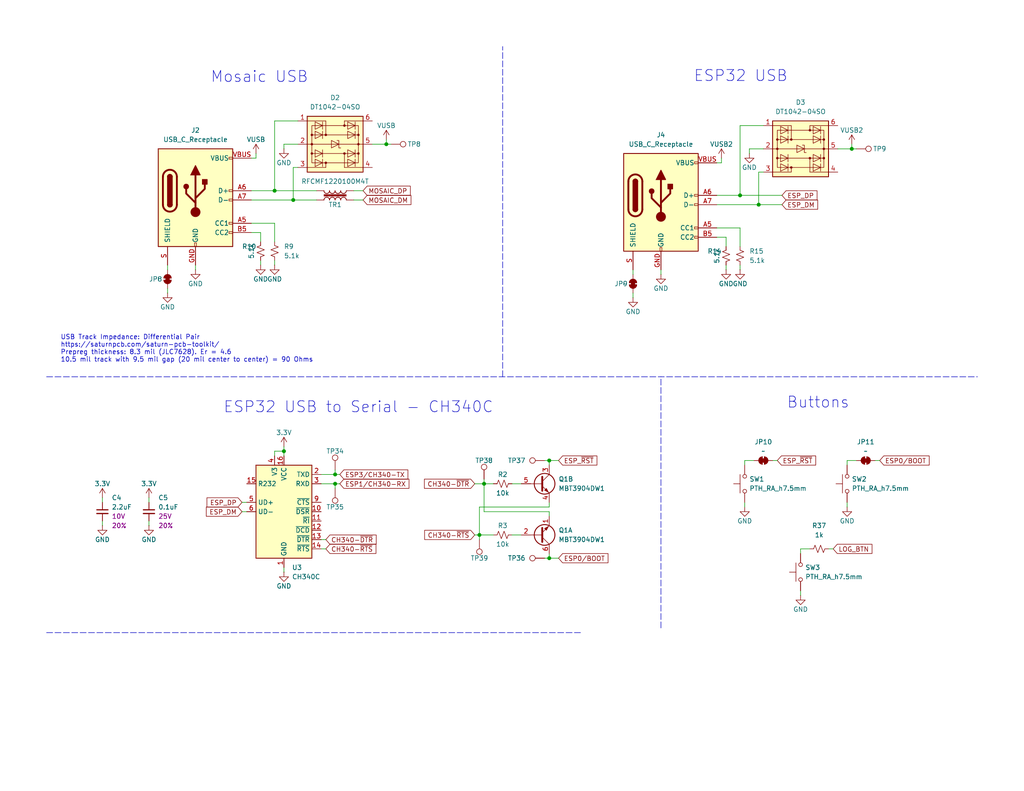
<source format=kicad_sch>
(kicad_sch (version 20231120) (generator "eeschema") (generator_version "8.0")
  (paper "USLetter")
  (title_block (title "USB"))
  (lib_symbols
    (symbol "SparkFun-Capacitor:0.1uF_0603_25V_20%" (pin_numbers hide) (pin_names (offset 0.254))
      (property "Reference" "C" (at 0.635 2.54 0))
      (property "Value" "0.1uF" (at 0.635 -2.54 0))
      (property "Voltage" "25V" (at 0 -6.35 0))
      (property "Tolerance" "20%" (at 0 -8.89 0))
      (symbol "0.1uF_0603_25V_20%_0_1"
        (polyline (pts (xy -1.524 -0.508) (xy 1.524 -0.508)) (stroke (width 0.3302)))
        (polyline (pts (xy -1.524 0.508) (xy 1.524 0.508)) (stroke (width 0.3048)))
      )
      (symbol "0.1uF_0603_25V_20%_1_1"
        (pin passive line (at 0 2.54 270) (length 2.032) (name "~") (number "1"))
        (pin passive line (at 0 -2.54 90) (length 2.032) (name "~") (number "2"))
      )
    )
    (symbol "SparkFun-Capacitor:2.2uF_0603_10V_20%" (pin_numbers hide) (pin_names (offset 0.254))
      (property "Reference" "C" (at 0.635 2.54 0))
      (property "Value" "2.2uF" (at 0.635 -2.54 0))
      (property "Voltage" "10V" (at 0 -6.35 0))
      (property "Tolerance" "20%" (at 0 -8.89 0))
      (symbol "2.2uF_0603_10V_20%_0_1"
        (polyline (pts (xy -1.524 -0.508) (xy 1.524 -0.508)) (stroke (width 0.3302)))
        (polyline (pts (xy -1.524 0.508) (xy 1.524 0.508)) (stroke (width 0.3048)))
      )
      (symbol "2.2uF_0603_10V_20%_1_1"
        (pin passive line (at 0 2.54 270) (length 2.032) (name "~") (number "1"))
        (pin passive line (at 0 -2.54 90) (length 2.032) (name "~") (number "2"))
      )
    )
    (symbol "SparkFun-Coil:USB_Transformer" (pin_numbers hide) (pin_names (offset 0))
      (property "Reference" "TR" (at 0 3.81 0))
      (property "Value" "RFCMF1220100M4T" (at 0 -3.81 0))
      (symbol "USB_Transformer_0_1"
        (rectangle (start -3.048 -0.254) (end 3.048 0.254) (stroke (width 0.0254)) (fill (type outline)))
        (arc (start -3.048 1.27) (mid -2.286 0.5113) (end -1.524 1.27) (stroke (width 0.2032)))
        (arc (start -1.524 -1.27) (mid -2.286 -0.5113) (end -3.048 -1.27) (stroke (width 0.2032)))
        (arc (start -1.524 1.27) (mid -0.762 0.5113) (end 0 1.27) (stroke (width 0.2032)))
        (arc (start 0 -1.27) (mid -0.762 -0.5113) (end -1.524 -1.27) (stroke (width 0.2032)))
        (polyline (pts (xy -5.0546 -1.27) (xy -3.048 -1.27)))
        (polyline (pts (xy 5.08 -1.27) (xy 3.048 -1.27)))
        (polyline (pts (xy 5.08 1.27) (xy 3.048 1.27)))
        (arc (start 0 1.27) (mid 0.762 0.5113) (end 1.524 1.27) (stroke (width 0.2032)))
        (arc (start 1.524 -1.27) (mid 0.762 -0.5113) (end 0 -1.27) (stroke (width 0.2032)))
        (arc (start 1.524 1.27) (mid 2.286 0.5113) (end 3.048 1.27) (stroke (width 0.2032)))
        (arc (start 3.048 -1.27) (mid 2.286 -0.5113) (end 1.524 -1.27) (stroke (width 0.2032)))
      )
      (symbol "USB_Transformer_1_1"
        (polyline (pts (xy -5.08 1.27) (xy -3.048 1.27)))
        (pin passive line (at -5.08 1.27 0) (length 0) (name "~") (number "1"))
        (pin passive line (at 5.08 1.27 180) (length 0) (name "~") (number "2"))
        (pin passive line (at -5.08 -1.27 0) (length 0) (name "~") (number "3"))
        (pin passive line (at 5.08 -1.27 180) (length 0) (name "~") (number "4"))
      )
    )
    (symbol "SparkFun-Connector:TestPoint_PTH" (pin_numbers hide) (pin_names (offset 0.762) hide)
      (property "Reference" "TP" (at 0 5.08 0))
      (symbol "TestPoint_PTH_0_1"
        (circle (center 0 3.302) (radius 0.762))
      )
      (symbol "TestPoint_PTH_1_1"
        (pin passive line (at 0 0 90) (length 2.54) (name "1") (number "1"))
      )
    )
    (symbol "SparkFun-Connector:USB_C_Receptacle" (pin_names (offset 1.016))
      (property "Reference" "J" (at -10.16 12.7 0))
      (property "Value" "USB_C_Receptacle" (at 19.05 12.7 0))
      (symbol "USB_C_Receptacle_0_0"
        (rectangle (start -0.254 -15.24) (end 0.254 -14.224))
        (rectangle (start 10.16 -11.176) (end 9.144 -11.684))
        (rectangle (start 10.16 -8.636) (end 9.144 -9.144))
        (rectangle (start 10.16 -2.286) (end 9.144 -2.794))
        (rectangle (start 10.16 0.254) (end 9.144 -0.254))
        (rectangle (start 10.16 9.144) (end 9.144 8.636))
      )
      (symbol "USB_C_Receptacle_0_1"
        (rectangle (start -10.16 11.43) (end 10.16 -15.24) (stroke (width 0.254)) (fill (type background)))
        (arc (start -8.89 -3.81) (mid -6.985 -5.7067) (end -5.08 -3.81) (stroke (width 0.508)))
        (arc (start -7.62 -3.81) (mid -6.985 -4.4423) (end -6.35 -3.81) (stroke (width 0.254)))
        (arc (start -7.62 -3.81) (mid -6.985 -4.4423) (end -6.35 -3.81) (stroke (width 0.254)) (fill (type outline)))
        (rectangle (start -7.62 -3.81) (end -6.35 3.81) (stroke (width 0.254)) (fill (type outline)))
        (arc (start -6.35 3.81) (mid -6.985 4.4423) (end -7.62 3.81) (stroke (width 0.254)))
        (arc (start -6.35 3.81) (mid -6.985 4.4423) (end -7.62 3.81) (stroke (width 0.254)) (fill (type outline)))
        (arc (start -5.08 3.81) (mid -6.985 5.7067) (end -8.89 3.81) (stroke (width 0.508)))
        (circle (center -2.54 1.143) (radius 0.635) (stroke (width 0.254)) (fill (type outline)))
        (circle (center 0 -5.842) (radius 1.27) (fill (type outline)))
        (polyline (pts (xy -8.89 -3.81) (xy -8.89 3.81)) (stroke (width 0.508)))
        (polyline (pts (xy -5.08 3.81) (xy -5.08 -3.81)) (stroke (width 0.508)))
        (polyline (pts (xy 0 -5.842) (xy 0 4.318)) (stroke (width 0.508)))
        (polyline (pts (xy 0 -3.302) (xy -2.54 -0.762) (xy -2.54 0.508)) (stroke (width 0.508)))
        (polyline (pts (xy 0 -2.032) (xy 2.54 0.508) (xy 2.54 1.778)) (stroke (width 0.508)))
        (polyline (pts (xy -1.27 4.318) (xy 0 6.858) (xy 1.27 4.318) (xy -1.27 4.318)) (stroke (width 0.254)) (fill (type outline)))
        (rectangle (start 1.905 1.778) (end 3.175 3.048) (stroke (width 0.254)) (fill (type outline)))
      )
      (symbol "USB_C_Receptacle_1_1"
        (pin bidirectional line (at 15.24 -8.89 180) (length 5.08) (name "CC1") (number "A5"))
        (pin bidirectional line (at 15.24 0 180) (length 5.08) (name "D+") (number "A6"))
        (pin bidirectional line (at 15.24 -2.54 180) (length 5.08) (name "D-") (number "A7"))
        (pin no_connect line (at 2.54 -15.24 90) (length 5.08) hide (name "NC") (number "A8"))
        (pin bidirectional line (at 15.24 -11.43 180) (length 5.08) (name "CC2") (number "B5"))
        (pin bidirectional line (at 15.24 0 180) (length 5.08) hide (name "D+") (number "B6"))
        (pin bidirectional line (at 15.24 -2.54 180) (length 5.08) hide (name "D-") (number "B7"))
        (pin no_connect line (at 3.81 -15.24 90) (length 5.08) hide (name "NC") (number "B8"))
        (pin passive line (at 0 -20.32 90) (length 5.08) (name "GND") (number "GND"))
        (pin no_connect line (at -5.08 -15.24 90) (length 5.08) hide (name "NC") (number "NC1"))
        (pin no_connect line (at -3.81 -15.24 90) (length 5.08) hide (name "NC") (number "NC2"))
        (pin no_connect line (at -2.54 -15.24 90) (length 5.08) hide (name "NC") (number "NC3"))
        (pin passive line (at -7.62 -20.32 90) (length 5.08) (name "SHIELD") (number "S"))
        (pin power_out line (at 15.24 8.89 180) (length 5.08) (name "VBUS") (number "VBUS"))
      )
    )
    (symbol "SparkFun-DiscreteSemi:D_TVS_ESD_USB" (pin_names hide)
      (property "Reference" "D" (at -8.636 -2.794 90))
      (property "Value" "DT1042-04SO" (at 9.398 -8.382 90))
      (symbol "D_TVS_ESD_USB_0_1"
        (circle (center -5.08 1.27) (radius 0.254) (fill (type outline)))
        (circle (center -2.54 -7.62) (radius 0.254) (fill (type outline)))
        (circle (center -2.54 -3.81) (radius 0.254) (fill (type outline)))
        (circle (center -2.54 5.08) (radius 0.254) (fill (type outline)))
        (rectangle (start -2.54 5.08) (end 2.54 -7.62))
        (circle (center 0 -7.62) (radius 0.254) (fill (type outline)))
        (polyline (pts (xy -5.08 1.27) (xy -6.35 1.27)))
        (polyline (pts (xy -4.064 -4.699) (xy -6.096 -4.699)))
        (polyline (pts (xy -4.064 4.191) (xy -6.096 4.191)))
        (polyline (pts (xy -2.54 -3.81) (xy -6.35 -3.81)))
        (polyline (pts (xy -1.524 -4.699) (xy -3.556 -4.699)))
        (polyline (pts (xy -1.524 4.191) (xy -3.556 4.191)))
        (polyline (pts (xy 0 -8.89) (xy 0 -7.62)))
        (polyline (pts (xy 0 -7.62) (xy 0 0)))
        (polyline (pts (xy 0 0) (xy 0 5.08)))
        (polyline (pts (xy 0 5.08) (xy 0 6.35)))
        (polyline (pts (xy 1.524 -4.699) (xy 3.556 -4.699)))
        (polyline (pts (xy 1.524 4.191) (xy 3.556 4.191)))
        (polyline (pts (xy 2.54 1.27) (xy 6.35 1.27)))
        (polyline (pts (xy 4.064 -4.699) (xy 6.096 -4.699)))
        (polyline (pts (xy 4.064 4.191) (xy 6.096 4.191)))
        (polyline (pts (xy 5.08 -3.81) (xy 6.35 -3.81)))
        (polyline (pts (xy -6.096 -6.731) (xy -4.064 -6.731) (xy -5.08 -4.699) (xy -6.096 -6.731)))
        (polyline (pts (xy -6.096 2.159) (xy -4.064 2.159) (xy -5.08 4.191) (xy -6.096 2.159)))
        (polyline (pts (xy -3.556 -6.731) (xy -1.524 -6.731) (xy -2.54 -4.699) (xy -3.556 -6.731)))
        (polyline (pts (xy -3.556 2.159) (xy -1.524 2.159) (xy -2.54 4.191) (xy -3.556 2.159)))
        (polyline (pts (xy -2.54 5.08) (xy -5.08 5.08) (xy -5.08 -7.62) (xy -2.54 -7.62)))
        (polyline (pts (xy -1.016 -2.286) (xy 1.016 -2.286) (xy 0 -0.254) (xy -1.016 -2.286)))
        (polyline (pts (xy 1.0152 0.2684) (xy 1.0152 -0.2538) (xy -1.016 -0.254) (xy -1.016 -0.762)))
        (polyline (pts (xy 2.54 5.08) (xy 5.08 5.08) (xy 5.08 -7.62) (xy 2.54 -7.62)))
        (polyline (pts (xy 3.556 -6.731) (xy 1.524 -6.731) (xy 2.54 -4.699) (xy 3.556 -6.731)))
        (polyline (pts (xy 3.556 2.159) (xy 1.524 2.159) (xy 2.54 4.191) (xy 3.556 2.159)))
        (polyline (pts (xy 6.096 -6.731) (xy 4.064 -6.731) (xy 5.08 -4.699) (xy 6.096 -6.731)))
        (polyline (pts (xy 6.096 2.159) (xy 4.064 2.159) (xy 5.08 4.191) (xy 6.096 2.159)))
        (circle (center 0 5.08) (radius 0.254) (fill (type outline)))
        (circle (center 2.54 -7.62) (radius 0.254) (fill (type outline)))
        (circle (center 2.54 1.27) (radius 0.254) (fill (type outline)))
        (circle (center 2.54 5.08) (radius 0.254) (fill (type outline)))
        (circle (center 5.08 -3.81) (radius 0.254) (fill (type outline)))
      )
      (symbol "D_TVS_ESD_USB_1_1"
        (rectangle (start -7.62 6.35) (end 7.62 -8.89) (stroke (width 0.254)) (fill (type background)))
        (polyline (pts (xy -6.35 -8.89) (xy -6.35 -3.81)))
        (polyline (pts (xy -6.35 6.35) (xy -6.35 1.27)))
        (polyline (pts (xy 6.35 -3.81) (xy 6.35 -8.89)))
        (polyline (pts (xy 6.35 1.27) (xy 6.35 6.35)))
        (pin passive line (at -6.35 -11.43 90) (length 2.54) (name "I/O1") (number "1"))
        (pin passive line (at 0 -11.43 90) (length 2.54) (name "GND") (number "2"))
        (pin passive line (at 6.35 -11.43 90) (length 2.54) (name "I/O2") (number "3"))
        (pin passive line (at 6.35 8.89 270) (length 2.54) (name "I/O3") (number "4"))
        (pin passive line (at 0 8.89 270) (length 2.54) (name "VCC") (number "5"))
        (pin passive line (at -6.35 8.89 270) (length 2.54) (name "I/O4") (number "6"))
      )
    )
    (symbol "SparkFun-DiscreteSemi:Q_NPN_DUAL" (pin_names (offset 0) hide)
      (property "Reference" "Q" (at 5.08 1.27 0))
      (property "Value" "MBT3904DW1" (at 5.08 -1.27 0))
      (symbol "Q_NPN_DUAL_0_1"
        (polyline (pts (xy 0.635 0) (xy -2.54 0)))
        (polyline (pts (xy 0.635 0.635) (xy 2.54 2.54)))
        (polyline (pts (xy 0.635 -0.635) (xy 2.54 -2.54) (xy 2.54 -2.54)))
        (polyline (pts (xy 0.635 1.905) (xy 0.635 -1.905) (xy 0.635 -1.905)) (stroke (width 0.508)))
        (polyline (pts (xy 1.27 -1.778) (xy 1.778 -1.27) (xy 2.286 -2.286) (xy 1.27 -1.778) (xy 1.27 -1.778)) (fill (type outline)))
        (circle (center 1.27 0) (radius 2.8194) (stroke (width 0.254)))
      )
      (symbol "Q_NPN_DUAL_1_1"
        (pin passive line (at 2.54 -5.08 90) (length 2.54) (name "E1") (number "1"))
        (pin input line (at -5.08 0 0) (length 2.54) (name "B1") (number "2"))
        (pin passive line (at 2.54 5.08 270) (length 2.54) (name "C1") (number "6"))
      )
      (symbol "Q_NPN_DUAL_2_1"
        (pin passive line (at 2.54 5.08 270) (length 2.54) (name "C2") (number "3"))
        (pin passive line (at 2.54 -5.08 90) (length 2.54) (name "E2") (number "4"))
        (pin input line (at -5.08 0 0) (length 2.54) (name "B2") (number "5"))
      )
    )
    (symbol "SparkFun-IC-Comm:CH340C"
      (property "Reference" "U" (at 2.1941 -15.24 0))
      (property "Value" "CH340C" (at 2.1941 -17.78 0))
      (symbol "CH340C_0_1"
        (rectangle (start -7.62 12.7) (end 7.62 -12.7) (stroke (width 0.254)) (fill (type background)))
      )
      (symbol "CH340C_1_1"
        (pin power_in line (at 0 -15.24 90) (length 2.54) (name "GND") (number "1"))
        (pin input line (at 10.16 0 180) (length 2.54) (name "~{DSR}") (number "10"))
        (pin input line (at 10.16 -2.54 180) (length 2.54) (name "~{RI}") (number "11"))
        (pin input line (at 10.16 -5.08 180) (length 2.54) (name "~{DCD}") (number "12"))
        (pin output line (at 10.16 -7.62 180) (length 2.54) (name "~{DTR}") (number "13"))
        (pin output line (at 10.16 -10.16 180) (length 2.54) (name "~{RTS}") (number "14"))
        (pin input line (at -10.16 7.62 0) (length 2.54) (name "R232") (number "15"))
        (pin power_in line (at 0 15.24 270) (length 2.54) (name "VCC") (number "16"))
        (pin output line (at 10.16 10.16 180) (length 2.54) (name "TXD") (number "2"))
        (pin input line (at 10.16 7.62 180) (length 2.54) (name "RXD") (number "3"))
        (pin passive line (at -2.54 15.24 270) (length 2.54) (name "V3") (number "4"))
        (pin bidirectional line (at -10.16 2.54 0) (length 2.54) (name "UD+") (number "5"))
        (pin bidirectional line (at -10.16 0 0) (length 2.54) (name "UD-") (number "6"))
        (pin no_connect line (at -7.62 -7.62 0) (length 2.54) hide (name "NC") (number "7"))
        (pin no_connect line (at -7.62 -10.16 0) (length 2.54) hide (name "NC") (number "8"))
        (pin input line (at 10.16 2.54 180) (length 2.54) (name "~{CTS}") (number "9"))
      )
    )
    (symbol "SparkFun-Jumper:SolderJumper_2_Bridged" (pin_numbers hide) (pin_names (offset 0) hide)
      (property "Reference" "JP" (at 0 2.032 0))
      (property "Value" "~" (at 0 -2.54 0))
      (symbol "SolderJumper_2_Bridged_0_1"
        (rectangle (start -0.508 0.508) (end 0.508 -0.508) (fill (type outline)))
        (arc (start -0.254 1.016) (mid -1.2656 0) (end -0.254 -1.016))
        (arc (start -0.254 1.016) (mid -1.2656 0) (end -0.254 -1.016) (fill (type outline)))
        (polyline (pts (xy -0.254 1.016) (xy -0.254 -1.016)))
        (polyline (pts (xy 0.254 1.016) (xy 0.254 -1.016)))
        (arc (start 0.254 -1.016) (mid 1.2656 0) (end 0.254 1.016))
        (arc (start 0.254 -1.016) (mid 1.2656 0) (end 0.254 1.016) (fill (type outline)))
      )
      (symbol "SolderJumper_2_Bridged_1_1"
        (pin passive line (at -2.54 0 0) (length 1.27) (name "A") (number "1"))
        (pin passive line (at 2.54 0 180) (length 1.27) (name "B") (number "2"))
      )
    )
    (symbol "SparkFun-PowerSymbol:3.3V" (power) (pin_names (offset 0))
      (property "Value" "3.3V" (at 0 3.81 0))
      (symbol "3.3V_0_1"
        (polyline (pts (xy -0.762 1.27) (xy 0 2.54)))
        (polyline (pts (xy 0 0) (xy 0 2.54)))
        (polyline (pts (xy 0 2.54) (xy 0.762 1.27)))
      )
      (symbol "3.3V_1_1"
        (pin power_in line (at 0 0 90) (length 0) hide (name "3.3V") (number "1"))
      )
    )
    (symbol "SparkFun-PowerSymbol:VUSB" (power) (pin_names (offset 0))
      (property "Value" "VUSB" (at 0 3.81 0))
      (symbol "VUSB_0_1"
        (polyline (pts (xy -0.762 1.27) (xy 0 2.54)))
        (polyline (pts (xy 0 0) (xy 0 2.54)))
        (polyline (pts (xy 0 2.54) (xy 0.762 1.27)))
      )
      (symbol "VUSB_1_1"
        (pin power_in line (at 0 0 90) (length 0) hide (name "VUSB") (number "1"))
      )
    )
    (symbol "SparkFun-Resistor:10k_0603" (pin_numbers hide) (pin_names (offset 0))
      (property "Reference" "R" (at 0 -2.54 0))
      (property "Value" "10k" (at 0 2.54 0))
      (symbol "10k_0603_0_1"
        (polyline (pts (xy -1.524 0) (xy -1.143 1.016) (xy -0.762 0) (xy -0.381 -1.016) (xy 0 0)))
        (polyline (pts (xy 0 0) (xy 0.381 1.016) (xy 0.762 0) (xy 1.143 -1.016) (xy 1.524 0)))
      )
      (symbol "10k_0603_1_1"
        (pin passive line (at -2.54 0 0) (length 1.016) (name "~") (number "1"))
        (pin passive line (at 2.54 0 180) (length 1.016) (name "~") (number "2"))
      )
    )
    (symbol "SparkFun-Resistor:1k_0603" (pin_numbers hide) (pin_names (offset 0))
      (property "Reference" "R" (at 0 -2.54 0))
      (property "Value" "1k" (at 0 2.54 0))
      (symbol "1k_0603_0_1"
        (polyline (pts (xy -1.524 0) (xy -1.143 1.016) (xy -0.762 0) (xy -0.381 -1.016) (xy 0 0)))
        (polyline (pts (xy 0 0) (xy 0.381 1.016) (xy 0.762 0) (xy 1.143 -1.016) (xy 1.524 0)))
      )
      (symbol "1k_0603_1_1"
        (pin passive line (at -2.54 0 0) (length 1.016) (name "~") (number "1"))
        (pin passive line (at 2.54 0 180) (length 1.016) (name "~") (number "2"))
      )
    )
    (symbol "SparkFun-Resistor:5.1k_0603" (pin_numbers hide) (pin_names (offset 0))
      (property "Reference" "R" (at 0 -2.54 0))
      (property "Value" "5.1k" (at 0 2.54 0))
      (symbol "5.1k_0603_0_1"
        (polyline (pts (xy -1.524 0) (xy -1.143 1.016) (xy -0.762 0) (xy -0.381 -1.016) (xy 0 0)))
        (polyline (pts (xy 0 0) (xy 0.381 1.016) (xy 0.762 0) (xy 1.143 -1.016) (xy 1.524 0)))
      )
      (symbol "5.1k_0603_1_1"
        (pin passive line (at -2.54 0 0) (length 1.016) (name "~") (number "1"))
        (pin passive line (at 2.54 0 180) (length 1.016) (name "~") (number "2"))
      )
    )
    (symbol "SparkFun-Switch:SPST_Push_PTH_RA_h7.5mm" (pin_numbers hide) (pin_names (offset 0) hide)
      (property "Reference" "SW" (at 0 5.08 0))
      (property "Value" "PTH_RA_h7.5mm" (at 0 -2.54 0))
      (symbol "SPST_Push_PTH_RA_h7.5mm_0_1"
        (circle (center -2.032 0) (radius 0.508))
        (polyline (pts (xy 0 1.27) (xy 0 3.048)))
        (polyline (pts (xy 2.54 1.27) (xy -2.54 1.27)))
        (circle (center 2.032 0) (radius 0.508))
      )
      (symbol "SPST_Push_PTH_RA_h7.5mm_1_1"
        (pin passive line (at -5.08 0 0) (length 2.54) (name "1") (number "1"))
        (pin passive line (at 5.08 0 180) (length 2.54) (name "2") (number "2"))
        (pin passive line (at -5.08 2.54 0) (length 2.54) hide (name "M1") (number "M1"))
        (pin passive line (at 5.08 2.54 180) (length 2.54) hide (name "M2") (number "M2"))
      )
    )
    (symbol "power:GND" (power) (pin_numbers hide) (pin_names (offset 0) hide)
      (property "Value" "GND" (at 0 -3.81 0))
      (symbol "GND_0_1"
        (polyline (pts (xy 0 0) (xy 0 -1.27) (xy 1.27 -1.27) (xy 0 -2.54) (xy -1.27 -1.27) (xy 0 -1.27)))
      )
      (symbol "GND_1_1"
        (pin power_in line (at 0 0 270) (length 0) (name "~") (number "1"))
      )
    )
  )
  (junction (at 91.44 129.54))
  (junction (at 232.41 40.64))
  (junction (at 105.41 39.37))
  (junction (at 130.81 146.05))
  (junction (at 149.86 125.73))
  (junction (at 207.01 55.88))
  (junction (at 80.01 54.61))
  (junction (at 91.44 132.08))
  (junction (at 149.86 152.4))
  (junction (at 77.47 123.19))
  (junction (at 201.93 53.34))
  (junction (at 132.08 132.08))
  (junction (at 74.93 52.07))
  (wire (pts (xy 198.12 72.39) (xy 198.12 73.66)))
  (wire (pts (xy 77.47 39.37) (xy 77.47 40.64)))
  (wire (pts (xy 238.76 125.73) (xy 240.03 125.73)))
  (wire (pts (xy 148.59 152.4) (xy 149.86 152.4)))
  (wire (pts (xy 152.4 125.73) (xy 149.86 125.73)))
  (wire (pts (xy 132.08 132.08) (xy 132.08 139.7)))
  (wire (pts (xy 53.34 72.39) (xy 53.34 73.66)))
  (wire (pts (xy 77.47 154.94) (xy 77.47 156.21)))
  (polyline (pts (xy 12.7 172.72) (xy 158.75 172.72)) (stroke (width 0) (type dash)))
  (wire (pts (xy 228.6 40.64) (xy 232.41 40.64)))
  (wire (pts (xy 81.28 45.72) (xy 80.01 45.72)))
  (polyline (pts (xy 12.7 102.87) (xy 266.7 102.87)) (stroke (width 0) (type dash)))
  (wire (pts (xy 68.58 60.96) (xy 74.93 60.96)))
  (polyline (pts (xy 137.16 102.87) (xy 137.16 12.7)) (stroke (width 0) (type dash)))
  (wire (pts (xy 101.6 39.37) (xy 105.41 39.37)))
  (wire (pts (xy 105.41 39.37) (xy 106.68 39.37)))
  (wire (pts (xy 201.93 53.34) (xy 213.36 53.34)))
  (wire (pts (xy 195.58 64.77) (xy 198.12 64.77)))
  (wire (pts (xy 45.72 72.39) (xy 45.72 73.66)))
  (wire (pts (xy 130.81 146.05) (xy 134.62 146.05)))
  (wire (pts (xy 201.93 34.29) (xy 201.93 53.34)))
  (wire (pts (xy 71.12 63.5) (xy 71.12 66.04)))
  (wire (pts (xy 203.2 127) (xy 203.2 125.73)))
  (wire (pts (xy 218.44 149.86) (xy 220.98 149.86)))
  (wire (pts (xy 27.94 137.16) (xy 27.94 135.89)))
  (wire (pts (xy 77.47 123.19) (xy 77.47 124.46)))
  (wire (pts (xy 231.14 125.73) (xy 233.68 125.73)))
  (wire (pts (xy 201.93 72.39) (xy 201.93 73.66)))
  (wire (pts (xy 203.2 125.73) (xy 205.74 125.73)))
  (wire (pts (xy 208.28 40.64) (xy 204.47 40.64)))
  (wire (pts (xy 195.58 53.34) (xy 201.93 53.34)))
  (wire (pts (xy 74.93 123.19) (xy 77.47 123.19)))
  (wire (pts (xy 231.14 137.16) (xy 231.14 138.43)))
  (wire (pts (xy 210.82 125.73) (xy 212.09 125.73)))
  (wire (pts (xy 27.94 142.24) (xy 27.94 143.51)))
  (wire (pts (xy 149.86 138.43) (xy 130.81 138.43)))
  (wire (pts (xy 88.9 149.86) (xy 87.63 149.86)))
  (wire (pts (xy 218.44 151.13) (xy 218.44 149.86)))
  (wire (pts (xy 91.44 129.54) (xy 92.71 129.54)))
  (wire (pts (xy 91.44 133.35) (xy 91.44 132.08)))
  (wire (pts (xy 149.86 151.13) (xy 149.86 152.4)))
  (wire (pts (xy 132.08 132.08) (xy 134.62 132.08)))
  (wire (pts (xy 231.14 127) (xy 231.14 125.73)))
  (wire (pts (xy 195.58 55.88) (xy 207.01 55.88)))
  (wire (pts (xy 81.28 39.37) (xy 77.47 39.37)))
  (wire (pts (xy 74.93 124.46) (xy 74.93 123.19)))
  (wire (pts (xy 96.52 54.61) (xy 99.06 54.61)))
  (wire (pts (xy 208.28 34.29) (xy 201.93 34.29)))
  (wire (pts (xy 91.44 128.27) (xy 91.44 129.54)))
  (wire (pts (xy 68.58 54.61) (xy 80.01 54.61)))
  (wire (pts (xy 68.58 52.07) (xy 74.93 52.07)))
  (wire (pts (xy 130.81 138.43) (xy 130.81 146.05)))
  (wire (pts (xy 139.7 132.08) (xy 142.24 132.08)))
  (wire (pts (xy 149.86 140.97) (xy 149.86 139.7)))
  (wire (pts (xy 74.93 71.12) (xy 74.93 72.39)))
  (wire (pts (xy 80.01 54.61) (xy 86.36 54.61)))
  (wire (pts (xy 132.08 130.81) (xy 132.08 132.08)))
  (wire (pts (xy 80.01 45.72) (xy 80.01 54.61)))
  (wire (pts (xy 207.01 46.99) (xy 207.01 55.88)))
  (wire (pts (xy 40.64 135.89) (xy 40.64 137.16)))
  (wire (pts (xy 195.58 62.23) (xy 201.93 62.23)))
  (wire (pts (xy 201.93 62.23) (xy 201.93 67.31)))
  (wire (pts (xy 198.12 64.77) (xy 198.12 67.31)))
  (wire (pts (xy 68.58 63.5) (xy 71.12 63.5)))
  (wire (pts (xy 139.7 146.05) (xy 142.24 146.05)))
  (wire (pts (xy 196.85 43.18) (xy 196.85 44.45)))
  (wire (pts (xy 105.41 38.1) (xy 105.41 39.37)))
  (wire (pts (xy 77.47 121.92) (xy 77.47 123.19)))
  (wire (pts (xy 40.64 142.24) (xy 40.64 143.51)))
  (wire (pts (xy 152.4 152.4) (xy 149.86 152.4)))
  (wire (pts (xy 87.63 129.54) (xy 91.44 129.54)))
  (polyline (pts (xy 180.34 171.45) (xy 180.34 102.87)) (stroke (width 0) (type dash)))
  (wire (pts (xy 68.58 43.18) (xy 69.85 43.18)))
  (wire (pts (xy 74.93 52.07) (xy 86.36 52.07)))
  (wire (pts (xy 218.44 161.29) (xy 218.44 162.56)))
  (wire (pts (xy 172.72 80.01) (xy 172.72 81.28)))
  (wire (pts (xy 81.28 33.02) (xy 74.93 33.02)))
  (wire (pts (xy 66.04 137.16) (xy 67.31 137.16)))
  (wire (pts (xy 148.59 125.73) (xy 149.86 125.73)))
  (wire (pts (xy 96.52 52.07) (xy 99.06 52.07)))
  (wire (pts (xy 180.34 73.66) (xy 180.34 74.93)))
  (wire (pts (xy 232.41 40.64) (xy 233.68 40.64)))
  (wire (pts (xy 204.47 40.64) (xy 204.47 41.91)))
  (wire (pts (xy 149.86 127) (xy 149.86 125.73)))
  (wire (pts (xy 74.93 33.02) (xy 74.93 52.07)))
  (wire (pts (xy 87.63 147.32) (xy 88.9 147.32)))
  (wire (pts (xy 45.72 78.74) (xy 45.72 80.01)))
  (wire (pts (xy 207.01 55.88) (xy 213.36 55.88)))
  (wire (pts (xy 66.04 139.7) (xy 67.31 139.7)))
  (wire (pts (xy 172.72 73.66) (xy 172.72 74.93)))
  (wire (pts (xy 91.44 132.08) (xy 92.71 132.08)))
  (wire (pts (xy 195.58 44.45) (xy 196.85 44.45)))
  (wire (pts (xy 130.81 146.05) (xy 129.54 146.05)))
  (wire (pts (xy 149.86 139.7) (xy 132.08 139.7)))
  (wire (pts (xy 74.93 60.96) (xy 74.93 66.04)))
  (wire (pts (xy 87.63 132.08) (xy 91.44 132.08)))
  (wire (pts (xy 203.2 137.16) (xy 203.2 138.43)))
  (wire (pts (xy 132.08 132.08) (xy 129.54 132.08)))
  (wire (pts (xy 226.06 149.86) (xy 227.33 149.86)))
  (wire (pts (xy 71.12 71.12) (xy 71.12 72.39)))
  (wire (pts (xy 130.81 146.05) (xy 130.81 147.32)))
  (wire (pts (xy 208.28 46.99) (xy 207.01 46.99)))
  (wire (pts (xy 232.41 39.37) (xy 232.41 40.64)))
  (wire (pts (xy 69.85 41.91) (xy 69.85 43.18)))
  (wire (pts (xy 149.86 138.43) (xy 149.86 137.16)))
  (text "ESP32 USB to Serial - CH340C" (at 97.79 113.03 0) (effects (font (size 3 3)) (justify bottom)))
  (text "Mosaic USB" (at 57.404 22.86 0) (effects (font (size 3 3)) (justify left bottom)))
  (text "Buttons" (at 214.63 111.76 0) (effects (font (size 3 3)) (justify left bottom)))
  (text "ESP32 USB" (at 189.23 22.606 0) (effects (font (size 3 3)) (justify left bottom)))
  (text "USB Track Impedance: Differential Pair\nhttps://saturnpcb.com/saturn-pcb-toolkit/\nPrepreg thickness: 8.3 mil (JLC7628). Er = 4.6\n10.5 mil track with 9.5 mil gap (20 mil center to center) = 90 Ohms" (at 16.51 99.06 0) (effects (font (size 1.27 1.27)) (justify left bottom)))
  (global_label "CH340-~{DTR}" (shape input) (at 88.9 147.32 0) (property "Intersheetrefs" "${INTERSHEET_REFS}" (effects (hide yes))))
  (global_label "ESP_DP" (shape input) (at 213.36 53.34 0) (property "Intersheetrefs" "${INTERSHEET_REFS}" (effects (hide yes))))
  (global_label "CH340-~{DTR}" (shape input) (at 129.54 132.08 180) (property "Intersheetrefs" "${INTERSHEET_REFS}" (effects (hide yes))))
  (global_label "ESP0{slash}BOOT" (shape input) (at 240.03 125.73 0) (property "Intersheetrefs" "${INTERSHEET_REFS}" (effects (hide yes))))
  (global_label "ESP3{slash}CH340-TX" (shape input) (at 92.71 129.54 0) (property "Intersheetrefs" "${INTERSHEET_REFS}" (effects (hide yes))))
  (global_label "ESP_~{RST}" (shape input) (at 152.4 125.73 0) (property "Intersheetrefs" "${INTERSHEET_REFS}" (effects (hide yes))))
  (global_label "CH340-~{RTS}" (shape input) (at 129.54 146.05 180) (property "Intersheetrefs" "${INTERSHEET_REFS}" (effects (hide yes))))
  (global_label "CH340-~{RTS}" (shape input) (at 88.9 149.86 0) (property "Intersheetrefs" "${INTERSHEET_REFS}" (effects (hide yes))))
  (global_label "ESP1{slash}CH340-RX" (shape input) (at 92.71 132.08 0) (property "Intersheetrefs" "${INTERSHEET_REFS}" (effects (hide yes))))
  (global_label "ESP_DM" (shape input) (at 66.04 139.7 180) (property "Intersheetrefs" "${INTERSHEET_REFS}" (effects (hide yes))))
  (global_label "MOSAIC_DM" (shape input) (at 99.06 54.61 0) (property "Intersheetrefs" "${INTERSHEET_REFS}" (effects (hide yes))))
  (global_label "ESP_DP" (shape input) (at 66.04 137.16 180) (property "Intersheetrefs" "${INTERSHEET_REFS}" (effects (hide yes))))
  (global_label "MOSAIC_DP" (shape input) (at 99.06 52.07 0) (property "Intersheetrefs" "${INTERSHEET_REFS}" (effects (hide yes))))
  (global_label "LOG_BTN" (shape input) (at 227.33 149.86 0) (property "Intersheetrefs" "${INTERSHEET_REFS}" (effects (hide yes))))
  (global_label "ESP_~{RST}" (shape input) (at 212.09 125.73 0) (property "Intersheetrefs" "${INTERSHEET_REFS}" (effects (hide yes))))
  (global_label "ESP_DM" (shape input) (at 213.36 55.88 0) (property "Intersheetrefs" "${INTERSHEET_REFS}" (effects (hide yes))))
  (global_label "ESP0{slash}BOOT" (shape input) (at 152.4 152.4 0) (property "Intersheetrefs" "${INTERSHEET_REFS}" (effects (hide yes))))
  (symbol (lib_id "power:GND") (at 201.93 73.66 0) (unit 1)
    (property "Reference" "#PWR028" (effects (hide yes)))
    (property "Value" "GND" (at 201.93 77.47 0))
    (property "Description" "Power symbol creates a global label with name \"GND\" , ground" (effects (hide yes)))
  )
  (symbol (lib_id "SparkFun-Capacitor:0.1uF_0603_25V_20%") (at 40.64 139.7 0) (unit 1)
    (property "Reference" "C5" (at 43.18 135.8962 0) (effects (justify left)))
    (property "Value" "0.1uF" (at 43.18 138.4362 0) (effects (justify left)))
    (property "Footprint" "SparkFun-Capacitor:C_0603_1608Metric" (effects (hide yes)))
    (property "Datasheet" "https://cdn.sparkfun.com/assets/8/a/4/a/5/Kemet_Capacitor_Datasheet.pdf" (effects (hide yes)))
    (property "Description" "Unpolarized capacitor" (effects (hide yes)))
    (property "PROD_ID" "CAP-00810" (effects (hide yes)))
    (property "Voltage" "25V" (at 43.18 140.9762 0) (effects (justify left)))
    (property "Tolerance" "20%" (at 43.18 143.5162 0) (effects (justify left)))
  )
  (symbol (lib_id "SparkFun-Connector:TestPoint_PTH") (at 148.59 152.4 90) (unit 1)
    (property "Reference" "TP36" (at 140.97 152.4 90))
    (property "Value" "PTH" (effects (hide yes)))
    (property "Footprint" "SparkFun-Connector:1x01" (effects (hide yes)))
    (property "Description" "Test Point" (effects (hide yes)))
  )
  (symbol (lib_id "SparkFun-Connector:TestPoint_PTH") (at 91.44 133.35 180) (unit 1)
    (property "Reference" "TP35" (at 91.44 138.43 0))
    (property "Value" "PTH" (effects (hide yes)))
    (property "Footprint" "SparkFun-Connector:1x01" (effects (hide yes)))
    (property "Description" "Test Point" (effects (hide yes)))
  )
  (symbol (lib_id "SparkFun-Connector:TestPoint_PTH") (at 148.59 125.73 90) (unit 1)
    (property "Reference" "TP37" (at 140.97 125.73 90))
    (property "Value" "PTH" (effects (hide yes)))
    (property "Footprint" "SparkFun-Connector:1x01" (effects (hide yes)))
    (property "Description" "Test Point" (effects (hide yes)))
  )
  (symbol (lib_id "power:GND") (at 218.44 162.56 0) (unit 1)
    (property "Reference" "#PWR0127" (effects (hide yes)))
    (property "Value" "GND" (at 218.44 166.37 0))
    (property "Description" "Power symbol creates a global label with name \"GND\" , ground" (effects (hide yes)))
  )
  (symbol (lib_id "power:GND") (at 77.47 40.64 0) (unit 1)
    (property "Reference" "#PWR018" (effects (hide yes)))
    (property "Value" "GND" (at 77.47 44.45 0))
    (property "Description" "Power symbol creates a global label with name \"GND\" , ground" (effects (hide yes)))
  )
  (symbol (lib_id "power:GND") (at 77.47 156.21 0) (unit 1)
    (property "Reference" "#PWR020" (effects (hide yes)))
    (property "Value" "GND" (at 77.47 160.02 0))
    (property "Description" "Power symbol creates a global label with name \"GND\" , ground" (effects (hide yes)))
  )
  (symbol (lib_id "power:GND") (at 27.94 143.51 0) (unit 1)
    (property "Reference" "#PWR073" (effects (hide yes)))
    (property "Value" "GND" (at 27.94 147.32 0))
    (property "Description" "Power symbol creates a global label with name \"GND\" , ground" (effects (hide yes)))
  )
  (symbol (lib_id "power:GND") (at 203.2 138.43 0) (unit 1)
    (property "Reference" "#PWR0125" (effects (hide yes)))
    (property "Value" "GND" (at 203.2 142.24 0))
    (property "Description" "Power symbol creates a global label with name \"GND\" , ground" (effects (hide yes)))
  )
  (symbol (lib_id "SparkFun-DiscreteSemi:Q_NPN_DUAL") (at 147.32 146.05 0) (mirror x) (unit 1)
    (property "Reference" "Q1" (at 152.4 144.7799 0) (effects (justify left)))
    (property "Value" "MBT3904DW1" (at 152.4 147.3199 0) (effects (justify left)))
    (property "Footprint" "SparkFun-Semiconductor-Standard:SOT-323" (effects (hide yes)))
    (property "Datasheet" "https://assets.nexperia.com/documents/data-sheet/BC846BS.pdf" (effects (hide yes)))
    (property "Description" "100mA IC, 65V Vce, Dual NPN/NPN Transistors, SOT-363" (effects (hide yes)))
    (property "PROD_ID" "TRANS-13337" (effects (hide yes)))
  )
  (symbol (lib_id "power:GND") (at 180.34 74.93 0) (unit 1)
    (property "Reference" "#PWR025" (effects (hide yes)))
    (property "Value" "GND" (at 180.34 78.74 0))
    (property "Description" "Power symbol creates a global label with name \"GND\" , ground" (effects (hide yes)))
  )
  (symbol (lib_id "SparkFun-Switch:SPST_Push_PTH_RA_h7.5mm") (at 203.2 132.08 90) (unit 1)
    (property "Reference" "SW1" (at 204.47 130.8099 90) (effects (justify right)))
    (property "Value" "PTH_RA_h7.5mm" (at 204.47 133.3499 90) (effects (justify right)))
    (property "Footprint" "SparkFun-Switch:Push_PTH_RA_8-020_h7.5mm" (effects (hide yes)))
    (property "Description" "Single Pole Single Throw (SPST) switch" (effects (hide yes)))
    (property "PROD_ID" "SWCH-13896" (effects (hide yes)))
    (property "Mfg Part#" "8-020 TS H = 7.5mm" (effects (hide yes)))
  )
  (symbol (lib_id "power:GND") (at 231.14 138.43 0) (unit 1)
    (property "Reference" "#PWR0126" (effects (hide yes)))
    (property "Value" "GND" (at 231.14 142.24 0))
    (property "Description" "Power symbol creates a global label with name \"GND\" , ground" (effects (hide yes)))
  )
  (symbol (lib_id "SparkFun-Resistor:5.1k_0603") (at 201.93 69.85 270) (unit 1)
    (property "Reference" "R15" (at 204.47 68.5799 90) (effects (justify left)))
    (property "Value" "5.1k" (at 204.47 71.1199 90) (effects (justify left)))
    (property "Footprint" "SparkFun-Resistor:R_0603_1608Metric" (effects (hide yes)))
    (property "Datasheet" "https://www.vishay.com/docs/20035/dcrcwe3.pdf" (effects (hide yes)))
    (property "Description" "Resistor" (effects (hide yes)))
    (property "PROD_ID" "RES-12083" (effects (hide yes)))
  )
  (symbol (lib_id "SparkFun-IC-Comm:CH340C") (at 77.47 139.7 0) (unit 1)
    (property "Reference" "U3" (at 79.6641 154.94 0) (effects (justify left)))
    (property "Value" "CH340C" (at 79.6641 157.48 0) (effects (justify left)))
    (property "Footprint" "SparkFun-Semiconductor-Standard:SO-16" (effects (hide yes)))
    (property "Datasheet" "https://datasheet.lcsc.com/szlcsc/Jiangsu-Qin-Heng-CH340C_C84681.pdf" (effects (hide yes)))
    (property "Description" "USB serial converter, UART, SOIC-16" (effects (hide yes)))
    (property "PROD_ID" "IC-14038" (effects (hide yes)))
  )
  (symbol (lib_id "SparkFun-PowerSymbol:VUSB") (at 232.41 39.37 0) (unit 1)
    (property "Reference" "#PWR036" (effects (hide yes)))
    (property "Value" "VUSB2" (at 232.41 35.56 0))
    (property "Description" "Power symbol creates a global label with name \"VUSB\"" (effects (hide yes)))
  )
  (symbol (lib_id "SparkFun-PowerSymbol:3.3V") (at 27.94 135.89 0) (unit 1)
    (property "Reference" "#PWR022" (effects (hide yes)))
    (property "Value" "3.3V" (at 27.94 132.08 0))
    (property "Description" "Power symbol creates a global label with name \"3.3V\"" (effects (hide yes)))
  )
  (symbol (lib_id "SparkFun-Jumper:SolderJumper_2_Bridged") (at 45.72 76.2 270) (mirror x) (unit 1)
    (property "Reference" "JP8" (at 40.64 76.2 90) (effects (justify left)))
    (property "Value" "~" (at 43.18 76.2 0))
    (property "Footprint" "SparkFun-Jumper:Jumper_2_NC_Trace" (effects (hide yes)))
    (property "Description" "Solder Jumper, 2-pole, closed/bridged" (effects (hide yes)))
  )
  (symbol (lib_id "SparkFun-Coil:USB_Transformer") (at 91.44 53.34 0) (mirror x) (unit 1)
    (property "Reference" "TR1" (at 91.44 55.88 0))
    (property "Value" "RFCMF1220100M4T" (at 91.44 49.53 0))
    (property "Footprint" "SparkFun-Coil:RFCMF1220100M4T" (effects (hide yes)))
    (property "Datasheet" "http://www.passivecomponent.com/wp-content/uploads/2018/10/RF-Filter.pdf" (effects (hide yes)))
    (property "Description" "USB Transformer" (effects (hide yes)))
    (property "PROD_ID" "COMP-19495" (effects (hide yes)))
  )
  (symbol (lib_id "power:GND") (at 45.72 80.01 0) (unit 1)
    (property "Reference" "#PWR015" (effects (hide yes)))
    (property "Value" "GND" (at 45.72 83.82 0))
    (property "Description" "Power symbol creates a global label with name \"GND\" , ground" (effects (hide yes)))
  )
  (symbol (lib_id "SparkFun-Connector:TestPoint_PTH") (at 91.44 128.27 0) (unit 1)
    (property "Reference" "TP34" (at 91.44 123.19 0))
    (property "Value" "PTH" (effects (hide yes)))
    (property "Footprint" "SparkFun-Connector:1x01" (effects (hide yes)))
    (property "Description" "Test Point" (effects (hide yes)))
  )
  (symbol (lib_id "power:GND") (at 53.34 73.66 0) (unit 1)
    (property "Reference" "#PWR016" (effects (hide yes)))
    (property "Value" "GND" (at 53.34 77.47 0))
    (property "Description" "Power symbol creates a global label with name \"GND\" , ground" (effects (hide yes)))
  )
  (symbol (lib_id "SparkFun-Resistor:5.1k_0603") (at 198.12 69.85 90) (mirror x) (unit 1)
    (property "Reference" "R14" (at 193.04 68.58 90) (effects (justify right)))
    (property "Value" "5.1k" (at 195.58 69.85 0))
    (property "Footprint" "SparkFun-Resistor:R_0603_1608Metric" (effects (hide yes)))
    (property "Datasheet" "https://www.vishay.com/docs/20035/dcrcwe3.pdf" (effects (hide yes)))
    (property "Description" "Resistor" (effects (hide yes)))
    (property "PROD_ID" "RES-12083" (effects (hide yes)))
  )
  (symbol (lib_id "power:GND") (at 71.12 72.39 0) (unit 1)
    (property "Reference" "#PWR021" (effects (hide yes)))
    (property "Value" "GND" (at 71.12 76.2 0))
    (property "Description" "Power symbol creates a global label with name \"GND\" , ground" (effects (hide yes)))
  )
  (symbol (lib_id "power:GND") (at 172.72 81.28 0) (unit 1)
    (property "Reference" "#PWR024" (effects (hide yes)))
    (property "Value" "GND" (at 172.72 85.09 0))
    (property "Description" "Power symbol creates a global label with name \"GND\" , ground" (effects (hide yes)))
  )
  (symbol (lib_id "SparkFun-Connector:TestPoint_PTH") (at 106.68 39.37 270) (unit 1)
    (property "Reference" "TP8" (at 113.03 39.37 90))
    (property "Value" "PTH" (effects (hide yes)))
    (property "Footprint" "SparkFun-Connector:1x01" (effects (hide yes)))
    (property "Description" "Test Point" (effects (hide yes)))
  )
  (symbol (lib_id "SparkFun-PowerSymbol:VUSB") (at 105.41 38.1 0) (unit 1)
    (property "Reference" "#PWR019" (effects (hide yes)))
    (property "Value" "VUSB" (at 105.41 34.29 0))
    (property "Description" "Power symbol creates a global label with name \"VUSB\"" (effects (hide yes)))
  )
  (symbol (lib_id "SparkFun-DiscreteSemi:D_TVS_ESD_USB") (at 92.71 39.37 270) (unit 1)
    (property "Reference" "D2" (at 91.44 26.67 90))
    (property "Value" "DT1042-04SO" (at 91.44 29.21 90))
    (property "Footprint" "SparkFun-Semiconductor-Standard:SOT23-6" (effects (hide yes)))
    (property "Datasheet" "https://www.diodes.com/assets/Datasheets/DT1042-04SO.pdf" (effects (hide yes)))
    (property "Description" "Very low capacitance ESD protection diode, 4 data-line, SOT-23-6" (effects (hide yes)))
    (property "PROD_ID" "IC-13538" (effects (hide yes)))
  )
  (symbol (lib_id "SparkFun-Resistor:5.1k_0603") (at 71.12 68.58 90) (mirror x) (unit 1)
    (property "Reference" "R10" (at 66.04 67.31 90) (effects (justify right)))
    (property "Value" "5.1k" (at 68.58 68.58 0))
    (property "Footprint" "SparkFun-Resistor:R_0603_1608Metric" (effects (hide yes)))
    (property "Datasheet" "https://www.vishay.com/docs/20035/dcrcwe3.pdf" (effects (hide yes)))
    (property "Description" "Resistor" (effects (hide yes)))
    (property "PROD_ID" "RES-12083" (effects (hide yes)))
  )
  (symbol (lib_id "SparkFun-Switch:SPST_Push_PTH_RA_h7.5mm") (at 218.44 156.21 90) (unit 1)
    (property "Reference" "SW3" (at 219.71 154.9399 90) (effects (justify right)))
    (property "Value" "PTH_RA_h7.5mm" (at 219.71 157.4799 90) (effects (justify right)))
    (property "Footprint" "SparkFun-Switch:Push_PTH_RA_8-020_h7.5mm" (effects (hide yes)))
    (property "Description" "Single Pole Single Throw (SPST) switch" (effects (hide yes)))
    (property "PROD_ID" "SWCH-13896" (effects (hide yes)))
    (property "Mfg Part#" "8-020 TS H = 7.5mm" (effects (hide yes)))
  )
  (symbol (lib_id "SparkFun-DiscreteSemi:Q_NPN_DUAL") (at 147.32 132.08 0) (unit 2)
    (property "Reference" "Q1" (at 152.4 130.81 0) (effects (justify left)))
    (property "Value" "MBT3904DW1" (at 152.4 133.35 0) (effects (justify left)))
    (property "Footprint" "SparkFun-Semiconductor-Standard:SOT-323" (effects (hide yes)))
    (property "Datasheet" "https://assets.nexperia.com/documents/data-sheet/BC846BS.pdf" (effects (hide yes)))
    (property "Description" "100mA IC, 65V Vce, Dual NPN/NPN Transistors, SOT-363" (effects (hide yes)))
    (property "PROD_ID" "TRANS-13337" (effects (hide yes)))
  )
  (symbol (lib_id "SparkFun-Connector:USB_C_Receptacle") (at 53.34 52.07 0) (unit 1)
    (property "Reference" "J2" (at 53.34 35.56 0))
    (property "Value" "USB_C_Receptacle" (at 53.34 38.1 0))
    (property "Footprint" "SparkFun-Connector:USB-C_16" (effects (hide yes)))
    (property "Datasheet" "https://www.usb.org/sites/default/files/documents/usb_type-c.zip" (effects (hide yes)))
    (property "Description" "USB 2.0-only Type-C Receptacle connector" (effects (hide yes)))
    (property "PROD_ID" "CONN-14122" (effects (hide yes)))
  )
  (symbol (lib_id "SparkFun-Capacitor:2.2uF_0603_10V_20%") (at 27.94 139.7 0) (unit 1)
    (property "Reference" "C4" (at 30.48 135.8962 0) (effects (justify left)))
    (property "Value" "2.2uF" (at 30.48 138.4362 0) (effects (justify left)))
    (property "Footprint" "SparkFun-Capacitor:C_0603_1608Metric" (effects (hide yes)))
    (property "Datasheet" "https://cdn.sparkfun.com/assets/8/a/4/a/5/Kemet_Capacitor_Datasheet.pdf" (effects (hide yes)))
    (property "Description" "Unpolarized capacitor" (effects (hide yes)))
    (property "PROD_ID" "CAP-07888" (effects (hide yes)))
    (property "Voltage" "10V" (at 30.48 140.9762 0) (effects (justify left)))
    (property "Tolerance" "20%" (at 30.48 143.5162 0) (effects (justify left)))
  )
  (symbol (lib_id "SparkFun-Connector:TestPoint_PTH") (at 233.68 40.64 270) (unit 1)
    (property "Reference" "TP9" (at 240.03 40.64 90))
    (property "Value" "PTH" (effects (hide yes)))
    (property "Footprint" "SparkFun-Connector:1x01" (effects (hide yes)))
    (property "Description" "Test Point" (effects (hide yes)))
  )
  (symbol (lib_id "SparkFun-Resistor:10k_0603") (at 137.16 132.08 0) (unit 1)
    (property "Reference" "R2" (at 137.16 129.54 0))
    (property "Value" "10k" (at 137.16 134.62 0))
    (property "Footprint" "SparkFun-Resistor:R_0603_1608Metric" (effects (hide yes)))
    (property "Datasheet" "https://www.vishay.com/docs/20035/dcrcwe3.pdf" (effects (hide yes)))
    (property "Description" "Resistor" (effects (hide yes)))
    (property "PROD_ID" "RES-00824" (effects (hide yes)))
  )
  (symbol (lib_id "power:GND") (at 198.12 73.66 0) (unit 1)
    (property "Reference" "#PWR027" (effects (hide yes)))
    (property "Value" "GND" (at 198.12 77.47 0))
    (property "Description" "Power symbol creates a global label with name \"GND\" , ground" (effects (hide yes)))
  )
  (symbol (lib_id "SparkFun-Resistor:1k_0603") (at 223.52 149.86 0) (unit 1)
    (property "Reference" "R37" (at 223.52 143.51 0))
    (property "Value" "1k" (at 223.52 146.05 0))
    (property "Footprint" "SparkFun-Resistor:R_0603_1608Metric" (effects (hide yes)))
    (property "Datasheet" "https://www.vishay.com/docs/20035/dcrcwe3.pdf" (effects (hide yes)))
    (property "Description" "Resistor" (effects (hide yes)))
    (property "PROD_ID" "RES-07856" (effects (hide yes)))
  )
  (symbol (lib_id "SparkFun-Resistor:10k_0603") (at 137.16 146.05 0) (unit 1)
    (property "Reference" "R3" (at 137.16 143.51 0))
    (property "Value" "10k" (at 137.16 148.59 0))
    (property "Footprint" "SparkFun-Resistor:R_0603_1608Metric" (effects (hide yes)))
    (property "Datasheet" "https://www.vishay.com/docs/20035/dcrcwe3.pdf" (effects (hide yes)))
    (property "Description" "Resistor" (effects (hide yes)))
    (property "PROD_ID" "RES-00824" (effects (hide yes)))
  )
  (symbol (lib_id "SparkFun-Jumper:SolderJumper_2_Bridged") (at 208.28 125.73 0) (unit 1)
    (property "Reference" "JP10" (at 208.28 120.65 0))
    (property "Value" "~" (at 208.28 123.19 0))
    (property "Footprint" "SparkFun-Jumper:Jumper_2_NC_Trace" (effects (hide yes)))
    (property "Description" "Solder Jumper, 2-pole, closed/bridged" (effects (hide yes)))
  )
  (symbol (lib_id "power:GND") (at 74.93 72.39 0) (unit 1)
    (property "Reference" "#PWR023" (effects (hide yes)))
    (property "Value" "GND" (at 74.93 76.2 0))
    (property "Description" "Power symbol creates a global label with name \"GND\" , ground" (effects (hide yes)))
  )
  (symbol (lib_id "SparkFun-PowerSymbol:VUSB") (at 69.85 41.91 0) (unit 1)
    (property "Reference" "#PWR044" (effects (hide yes)))
    (property "Value" "VUSB" (at 69.85 38.1 0))
    (property "Description" "Power symbol creates a global label with name \"VUSB\"" (effects (hide yes)))
  )
  (symbol (lib_id "SparkFun-Jumper:SolderJumper_2_Bridged") (at 236.22 125.73 0) (unit 1)
    (property "Reference" "JP11" (at 236.22 120.65 0))
    (property "Value" "~" (at 236.22 123.19 0))
    (property "Footprint" "SparkFun-Jumper:Jumper_2_NC_Trace" (effects (hide yes)))
    (property "Description" "Solder Jumper, 2-pole, closed/bridged" (effects (hide yes)))
  )
  (symbol (lib_id "SparkFun-Connector:TestPoint_PTH") (at 130.81 147.32 0) (mirror x) (unit 1)
    (property "Reference" "TP39" (at 130.81 152.4 0))
    (property "Value" "PTH" (effects (hide yes)))
    (property "Footprint" "SparkFun-Connector:1x01" (effects (hide yes)))
    (property "Description" "Test Point" (effects (hide yes)))
  )
  (symbol (lib_id "SparkFun-PowerSymbol:3.3V") (at 77.47 121.92 0) (unit 1)
    (property "Reference" "#PWR07" (effects (hide yes)))
    (property "Value" "3.3V" (at 77.47 118.11 0))
    (property "Description" "Power symbol creates a global label with name \"3.3V\"" (effects (hide yes)))
  )
  (symbol (lib_id "power:GND") (at 204.47 41.91 0) (unit 1)
    (property "Reference" "#PWR034" (effects (hide yes)))
    (property "Value" "GND" (at 204.47 45.72 0))
    (property "Description" "Power symbol creates a global label with name \"GND\" , ground" (effects (hide yes)))
  )
  (symbol (lib_id "power:GND") (at 40.64 143.51 0) (unit 1)
    (property "Reference" "#PWR075" (effects (hide yes)))
    (property "Value" "GND" (at 40.64 147.32 0))
    (property "Description" "Power symbol creates a global label with name \"GND\" , ground" (effects (hide yes)))
  )
  (symbol (lib_id "SparkFun-Connector:USB_C_Receptacle") (at 180.34 53.34 0) (unit 1)
    (property "Reference" "J4" (at 180.34 36.83 0))
    (property "Value" "USB_C_Receptacle" (at 180.34 39.37 0))
    (property "Footprint" "SparkFun-Connector:USB-C_16" (effects (hide yes)))
    (property "Datasheet" "https://www.usb.org/sites/default/files/documents/usb_type-c.zip" (effects (hide yes)))
    (property "Description" "USB 2.0-only Type-C Receptacle connector" (effects (hide yes)))
    (property "PROD_ID" "CONN-14122" (effects (hide yes)))
  )
  (symbol (lib_id "SparkFun-Jumper:SolderJumper_2_Bridged") (at 172.72 77.47 270) (mirror x) (unit 1)
    (property "Reference" "JP9" (at 167.64 77.47 90) (effects (justify left)))
    (property "Value" "~" (at 170.18 77.47 0))
    (property "Footprint" "SparkFun-Jumper:Jumper_2_NC_Trace" (effects (hide yes)))
    (property "Description" "Solder Jumper, 2-pole, closed/bridged" (effects (hide yes)))
  )
  (symbol (lib_id "SparkFun-DiscreteSemi:D_TVS_ESD_USB") (at 219.71 40.64 270) (unit 1)
    (property "Reference" "D3" (at 218.44 27.94 90))
    (property "Value" "DT1042-04SO" (at 218.44 30.48 90))
    (property "Footprint" "SparkFun-Semiconductor-Standard:SOT23-6" (effects (hide yes)))
    (property "Datasheet" "https://www.diodes.com/assets/Datasheets/DT1042-04SO.pdf" (effects (hide yes)))
    (property "Description" "Very low capacitance ESD protection diode, 4 data-line, SOT-23-6" (effects (hide yes)))
    (property "PROD_ID" "IC-13538" (effects (hide yes)))
  )
  (symbol (lib_id "SparkFun-Connector:TestPoint_PTH") (at 132.08 130.81 0) (unit 1)
    (property "Reference" "TP38" (at 132.08 125.73 0))
    (property "Value" "PTH" (effects (hide yes)))
    (property "Footprint" "SparkFun-Connector:1x01" (effects (hide yes)))
    (property "Description" "Test Point" (effects (hide yes)))
  )
  (symbol (lib_id "SparkFun-PowerSymbol:3.3V") (at 40.64 135.89 0) (unit 1)
    (property "Reference" "#PWR074" (effects (hide yes)))
    (property "Value" "3.3V" (at 40.64 132.08 0))
    (property "Description" "Power symbol creates a global label with name \"3.3V\"" (effects (hide yes)))
  )
  (symbol (lib_id "SparkFun-Switch:SPST_Push_PTH_RA_h7.5mm") (at 231.14 132.08 90) (unit 1)
    (property "Reference" "SW2" (at 232.41 130.8099 90) (effects (justify right)))
    (property "Value" "PTH_RA_h7.5mm" (at 232.41 133.3499 90) (effects (justify right)))
    (property "Footprint" "SparkFun-Switch:Push_PTH_RA_8-020_h7.5mm" (effects (hide yes)))
    (property "Description" "Single Pole Single Throw (SPST) switch" (effects (hide yes)))
    (property "PROD_ID" "SWCH-13896" (effects (hide yes)))
    (property "Mfg Part#" "8-020 TS H = 7.5mm" (effects (hide yes)))
  )
  (symbol (lib_id "SparkFun-PowerSymbol:VUSB") (at 196.85 43.18 0) (unit 1)
    (property "Reference" "#PWR026" (effects (hide yes)))
    (property "Value" "VUSB2" (at 196.85 39.37 0))
    (property "Description" "Power symbol creates a global label with name \"VUSB\"" (effects (hide yes)))
  )
  (symbol (lib_id "SparkFun-Resistor:5.1k_0603") (at 74.93 68.58 270) (unit 1)
    (property "Reference" "R9" (at 77.47 67.3099 90) (effects (justify left)))
    (property "Value" "5.1k" (at 77.47 69.8499 90) (effects (justify left)))
    (property "Footprint" "SparkFun-Resistor:R_0603_1608Metric" (effects (hide yes)))
    (property "Datasheet" "https://www.vishay.com/docs/20035/dcrcwe3.pdf" (effects (hide yes)))
    (property "Description" "Resistor" (effects (hide yes)))
    (property "PROD_ID" "RES-12083" (effects (hide yes)))
  )
)
</source>
